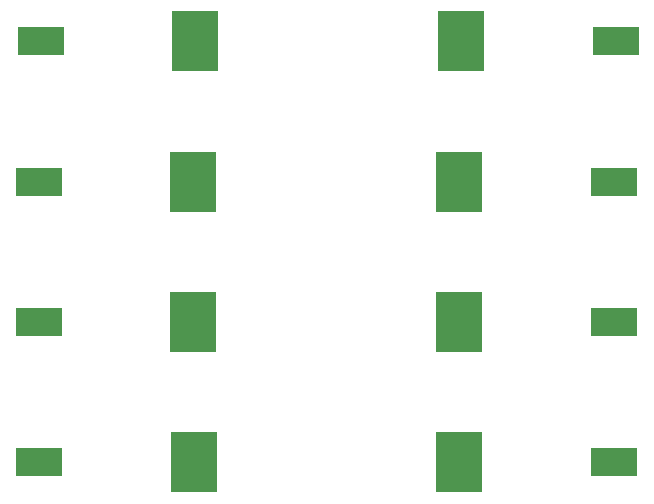
<source format=gbp>
%TF.GenerationSoftware,KiCad,Pcbnew,7.0.8*%
%TF.CreationDate,2023-10-10T13:01:54-07:00*%
%TF.ProjectId,Soil Power Sensor,536f696c-2050-46f7-9765-722053656e73,2.1.0*%
%TF.SameCoordinates,Original*%
%TF.FileFunction,Paste,Bot*%
%TF.FilePolarity,Positive*%
%FSLAX46Y46*%
G04 Gerber Fmt 4.6, Leading zero omitted, Abs format (unit mm)*
G04 Created by KiCad (PCBNEW 7.0.8) date 2023-10-10 13:01:54*
%MOMM*%
%LPD*%
G01*
G04 APERTURE LIST*
%ADD10R,3.962400X2.336800*%
%ADD11R,3.962400X5.080000*%
G04 APERTURE END LIST*
D10*
%TO.C,G2*%
X231444800Y-77068860D03*
D11*
X218363800Y-77068860D03*
X195859400Y-77068860D03*
D10*
X182778400Y-77068860D03*
%TD*%
%TO.C,G4*%
X231597669Y-53327873D03*
D11*
X218516669Y-53327873D03*
X196012269Y-53327873D03*
D10*
X182931269Y-53327873D03*
%TD*%
%TO.C,G1*%
X182790882Y-88939353D03*
D11*
X195871882Y-88939353D03*
X218376282Y-88939353D03*
D10*
X231457282Y-88939353D03*
%TD*%
%TO.C,G3*%
X182778400Y-65198367D03*
D11*
X195859400Y-65198367D03*
X218363800Y-65198367D03*
D10*
X231444800Y-65198367D03*
%TD*%
M02*

</source>
